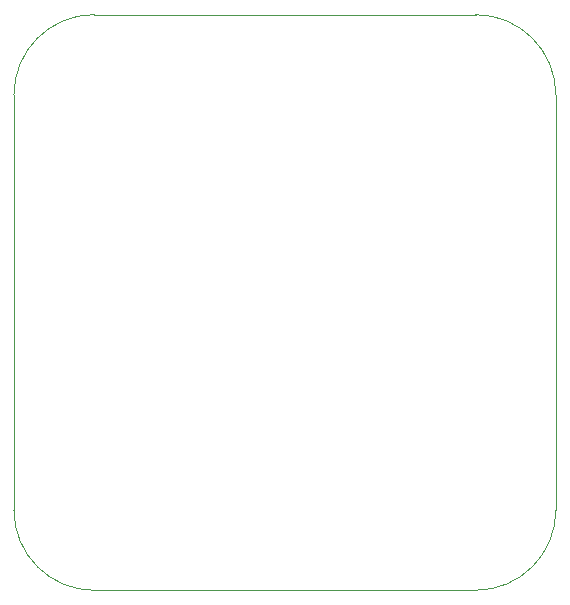
<source format=gbr>
%TF.GenerationSoftware,KiCad,Pcbnew,9.0.0*%
%TF.CreationDate,2025-07-23T16:42:48-04:00*%
%TF.ProjectId,USB_C_Simple_Trig,5553425f-435f-4536-996d-706c655f5472,rev?*%
%TF.SameCoordinates,Original*%
%TF.FileFunction,Profile,NP*%
%FSLAX46Y46*%
G04 Gerber Fmt 4.6, Leading zero omitted, Abs format (unit mm)*
G04 Created by KiCad (PCBNEW 9.0.0) date 2025-07-23 16:42:48*
%MOMM*%
%LPD*%
G01*
G04 APERTURE LIST*
%TA.AperFunction,Profile*%
%ADD10C,0.050000*%
%TD*%
G04 APERTURE END LIST*
D10*
X156550000Y-131241674D02*
X124250000Y-131241674D01*
X117458326Y-124441670D02*
X117458326Y-89300000D01*
X163350000Y-89300000D02*
X163349999Y-124441674D01*
X124258326Y-82500000D02*
X156550000Y-82500000D01*
X117458326Y-89300000D02*
G75*
G02*
X124258326Y-82500000I6800000J0D01*
G01*
X124258326Y-131241674D02*
G75*
G02*
X117458326Y-124441674I0J6800000D01*
G01*
X163350000Y-124441674D02*
G75*
G02*
X156550000Y-131241674I-6800000J0D01*
G01*
X156550000Y-82500000D02*
G75*
G02*
X163350000Y-89300000I0J-6800000D01*
G01*
M02*

</source>
